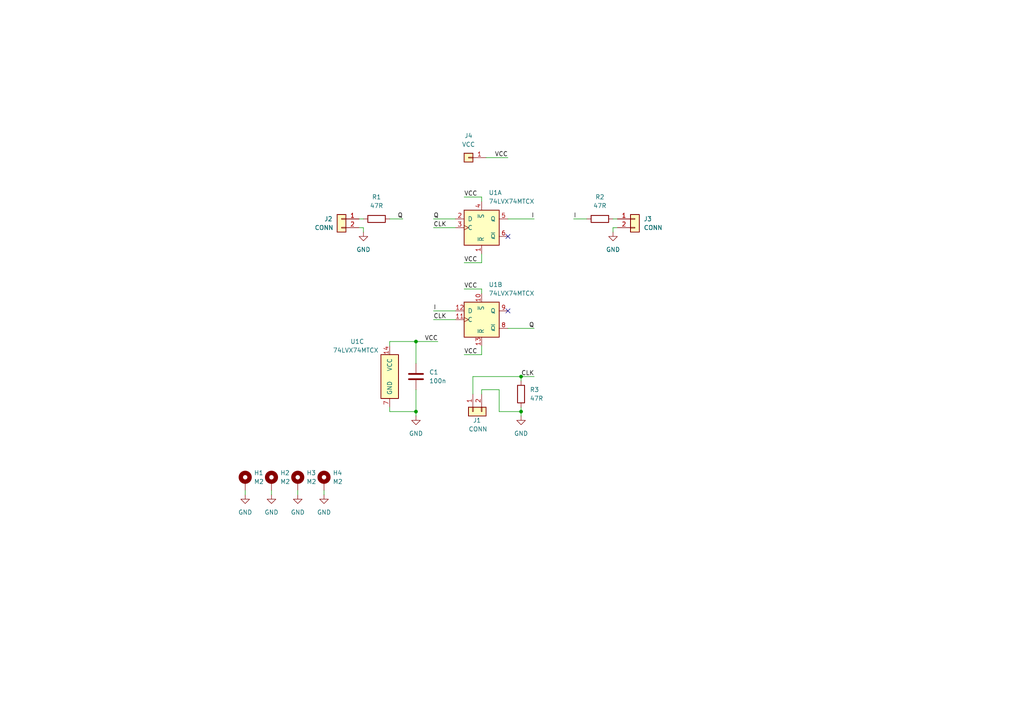
<source format=kicad_sch>
(kicad_sch (version 20211123) (generator eeschema)
  (paper "A4")
  (title_block (title "017-Johnson Counter") (date "2022-11-28") (rev "1") (company "Halidelabs") (comment 1 "contact@halidelabs.eu"))
  (lib_symbols
    (symbol "74HC74_1" (pin_names (offset 1.016))
      (property "Reference" "U?" (at 2.0194 10.16 0))
      (property "Value" "74HC74_1" (at 2.0194 7.62 0))
      (symbol "74HC74_1_1_0"
        (pin input line (at 0 -7.62 90) (length 2.54) (name "~{R}") (number "1"))
        (pin input line (at -7.62 2.54 0) (length 2.54) (name "D") (number "2"))
        (pin input clock (at -7.62 0 0) (length 2.54) (name "C") (number "3"))
        (pin input line (at 0 7.62 270) (length 2.54) (name "~{S}") (number "4"))
        (pin output line (at 7.62 2.54 180) (length 2.54) (name "Q") (number "5"))
        (pin output line (at 7.62 -2.54 180) (length 2.54) (name "~{Q}") (number "6"))
      )
      (symbol "74HC74_1_1_1"
        (rectangle (start -5.08 5.08) (end 5.08 -5.08) (stroke (width 0.254)) (fill (type background)))
      )
      (symbol "74HC74_1_2_0"
        (pin input line (at 0 7.62 270) (length 2.54) (name "~{S}") (number "10"))
        (pin input clock (at -7.62 0 0) (length 2.54) (name "C") (number "11"))
        (pin input line (at -7.62 2.54 0) (length 2.54) (name "D") (number "12"))
        (pin input line (at 0 -7.62 90) (length 2.54) (name "~{R}") (number "13"))
        (pin output line (at 7.62 -2.54 180) (length 2.54) (name "~{Q}") (number "8"))
        (pin output line (at 7.62 2.54 180) (length 2.54) (name "Q") (number "9"))
      )
      (symbol "74HC74_1_2_1"
        (rectangle (start -5.08 5.08) (end 5.08 -5.08) (stroke (width 0.254)) (fill (type background)))
      )
      (symbol "74HC74_1_3_0"
        (pin power_in line (at 0 8.89 270) (length 2.54) (name "VCC") (number "14"))
        (pin power_in line (at 0 -8.89 90) (length 2.54) (name "GND") (number "7"))
      )
      (symbol "74HC74_1_3_1"
        (rectangle (start -2.54 6.35) (end 2.54 -6.35) (stroke (width 0.254)) (fill (type background)))
      )
    )
    (symbol "74xx:74HC74" (pin_names (offset 1.016))
      (property "Reference" "U" (at -7.62 8.89 0))
      (property "Value" "74HC74" (at -7.62 -8.89 0))
      (symbol "74HC74_1_0"
        (pin input line (at 0 -7.62 90) (length 2.54) (name "~{R}") (number "1"))
        (pin input line (at -7.62 2.54 0) (length 2.54) (name "D") (number "2"))
        (pin input clock (at -7.62 0 0) (length 2.54) (name "C") (number "3"))
        (pin input line (at 0 7.62 270) (length 2.54) (name "~{S}") (number "4"))
        (pin output line (at 7.62 2.54 180) (length 2.54) (name "Q") (number "5"))
        (pin output line (at 7.62 -2.54 180) (length 2.54) (name "~{Q}") (number "6"))
      )
      (symbol "74HC74_1_1"
        (rectangle (start -5.08 5.08) (end 5.08 -5.08) (stroke (width 0.254)) (fill (type background)))
      )
      (symbol "74HC74_2_0"
        (pin input line (at 0 7.62 270) (length 2.54) (name "~{S}") (number "10"))
        (pin input clock (at -7.62 0 0) (length 2.54) (name "C") (number "11"))
        (pin input line (at -7.62 2.54 0) (length 2.54) (name "D") (number "12"))
        (pin input line (at 0 -7.62 90) (length 2.54) (name "~{R}") (number "13"))
        (pin output line (at 7.62 -2.54 180) (length 2.54) (name "~{Q}") (number "8"))
        (pin output line (at 7.62 2.54 180) (length 2.54) (name "Q") (number "9"))
      )
      (symbol "74HC74_2_1"
        (rectangle (start -5.08 5.08) (end 5.08 -5.08) (stroke (width 0.254)) (fill (type background)))
      )
      (symbol "74HC74_3_0"
        (pin power_in line (at 0 10.16 270) (length 2.54) (name "VCC") (number "14"))
        (pin power_in line (at 0 -10.16 90) (length 2.54) (name "GND") (number "7"))
      )
      (symbol "74HC74_3_1"
        (rectangle (start -5.08 7.62) (end 5.08 -7.62) (stroke (width 0.254)) (fill (type background)))
      )
    )
    (symbol "Connector_Generic:Conn_01x01" (pin_names (offset 1.016) hide)
      (property "Reference" "J" (at 0 2.54 0))
      (property "Value" "Conn_01x01" (at 0 -2.54 0))
      (symbol "Conn_01x01_1_1"
        (rectangle (start -1.27 0.127) (end 0 -0.127) (stroke (width 0.1524)))
        (rectangle (start -1.27 1.27) (end 1.27 -1.27) (stroke (width 0.254)) (fill (type background)))
        (pin passive line (at -5.08 0 0) (length 3.81) (name "Pin_1") (number "1"))
      )
    )
    (symbol "Connector_Generic:Conn_01x02" (pin_names (offset 1.016) hide)
      (property "Reference" "J" (at 0 2.54 0))
      (property "Value" "Conn_01x02" (at 0 -5.08 0))
      (symbol "Conn_01x02_1_1"
        (rectangle (start -1.27 -2.413) (end 0 -2.667) (stroke (width 0.1524)))
        (rectangle (start -1.27 0.127) (end 0 -0.127) (stroke (width 0.1524)))
        (rectangle (start -1.27 1.27) (end 1.27 -3.81) (stroke (width 0.254)) (fill (type background)))
        (pin passive line (at -5.08 0 0) (length 3.81) (name "Pin_1") (number "1"))
        (pin passive line (at -5.08 -2.54 0) (length 3.81) (name "Pin_2") (number "2"))
      )
    )
    (symbol "Device:C" (pin_numbers hide) (pin_names (offset 0.254))
      (property "Reference" "C" (at 0.635 2.54 0))
      (property "Value" "C" (at 0.635 -2.54 0))
      (symbol "C_0_1"
        (polyline (pts (xy -2.032 -0.762) (xy 2.032 -0.762)) (stroke (width 0.508)))
        (polyline (pts (xy -2.032 0.762) (xy 2.032 0.762)) (stroke (width 0.508)))
      )
      (symbol "C_1_1"
        (pin passive line (at 0 3.81 270) (length 2.794) (name "~") (number "1"))
        (pin passive line (at 0 -3.81 90) (length 2.794) (name "~") (number "2"))
      )
    )
    (symbol "Device:R" (pin_numbers hide) (pin_names (offset 0))
      (property "Reference" "R" (at 2.032 0 90))
      (property "Value" "R" (at 0 0 90))
      (symbol "R_0_1"
        (rectangle (start -1.016 -2.54) (end 1.016 2.54) (stroke (width 0.254)))
      )
      (symbol "R_1_1"
        (pin passive line (at 0 3.81 270) (length 1.27) (name "~") (number "1"))
        (pin passive line (at 0 -3.81 90) (length 1.27) (name "~") (number "2"))
      )
    )
    (symbol "Mechanical:MountingHole_Pad" (pin_numbers hide) (pin_names (offset 1.016) hide)
      (property "Reference" "H" (at 0 6.35 0))
      (property "Value" "MountingHole_Pad" (at 0 4.445 0))
      (symbol "MountingHole_Pad_0_1"
        (circle (center 0 1.27) (radius 1.27) (stroke (width 1.27)))
      )
      (symbol "MountingHole_Pad_1_1"
        (pin input line (at 0 -2.54 90) (length 2.54) (name "1") (number "1"))
      )
    )
    (symbol "power:GND" (power) (pin_names (offset 0))
      (property "Value" "GND" (at 0 -3.81 0))
      (symbol "GND_0_1"
        (polyline (pts (xy 0 0) (xy 0 -1.27) (xy 1.27 -1.27) (xy 0 -2.54) (xy -1.27 -1.27) (xy 0 -1.27)))
      )
      (symbol "GND_1_1"
        (pin power_in line (at 0 0 270) (length 0) hide (name "GND") (number "1"))
      )
    )
  )
  (junction (at 120.65 119.38))
  (junction (at 151.13 119.38))
  (junction (at 151.13 109.22))
  (junction (at 120.65 99.06))
  (no_connect (at 147.32 68.58))
  (no_connect (at 147.32 90.17))
  (wire (pts (xy 120.65 113.03) (xy 120.65 119.38)))
  (wire (pts (xy 93.98 142.24) (xy 93.98 143.51)))
  (wire (pts (xy 125.73 66.04) (xy 132.08 66.04)))
  (wire (pts (xy 151.13 119.38) (xy 151.13 120.65)))
  (wire (pts (xy 86.36 142.24) (xy 86.36 143.51)))
  (wire (pts (xy 120.65 119.38) (xy 113.03 119.38)))
  (wire (pts (xy 137.16 109.22) (xy 137.16 114.3)))
  (wire (pts (xy 120.65 105.41) (xy 120.65 99.06)))
  (wire (pts (xy 151.13 110.49) (xy 151.13 109.22)))
  (wire (pts (xy 139.7 76.2) (xy 139.7 73.66)))
  (wire (pts (xy 104.14 63.5) (xy 105.41 63.5)))
  (wire (pts (xy 144.78 113.03) (xy 139.7 113.03)))
  (wire (pts (xy 105.41 66.04) (xy 104.14 66.04)))
  (wire (pts (xy 125.73 63.5) (xy 132.08 63.5)))
  (wire (pts (xy 120.65 99.06) (xy 127 99.06)))
  (wire (pts (xy 120.65 119.38) (xy 120.65 120.65)))
  (wire (pts (xy 177.8 63.5) (xy 179.07 63.5)))
  (wire (pts (xy 120.65 99.06) (xy 113.03 99.06)))
  (wire (pts (xy 151.13 119.38) (xy 151.13 118.11)))
  (wire (pts (xy 144.78 113.03) (xy 144.78 119.38)))
  (wire (pts (xy 113.03 118.11) (xy 113.03 119.38)))
  (wire (pts (xy 147.32 63.5) (xy 154.94 63.5)))
  (wire (pts (xy 125.73 90.17) (xy 132.08 90.17)))
  (wire (pts (xy 134.62 57.15) (xy 139.7 57.15)))
  (wire (pts (xy 166.37 63.5) (xy 170.18 63.5)))
  (wire (pts (xy 177.8 67.31) (xy 177.8 66.04)))
  (wire (pts (xy 78.74 142.24) (xy 78.74 143.51)))
  (wire (pts (xy 151.13 109.22) (xy 154.94 109.22)))
  (wire (pts (xy 125.73 92.71) (xy 132.08 92.71)))
  (wire (pts (xy 137.16 109.22) (xy 151.13 109.22)))
  (wire (pts (xy 113.03 99.06) (xy 113.03 100.33)))
  (wire (pts (xy 140.97 45.72) (xy 147.32 45.72)))
  (wire (pts (xy 113.03 63.5) (xy 116.84 63.5)))
  (wire (pts (xy 139.7 57.15) (xy 139.7 58.42)))
  (wire (pts (xy 144.78 119.38) (xy 151.13 119.38)))
  (wire (pts (xy 177.8 66.04) (xy 179.07 66.04)))
  (wire (pts (xy 134.62 83.82) (xy 139.7 83.82)))
  (wire (pts (xy 139.7 83.82) (xy 139.7 85.09)))
  (wire (pts (xy 147.32 95.25) (xy 154.94 95.25)))
  (wire (pts (xy 139.7 113.03) (xy 139.7 114.3)))
  (wire (pts (xy 71.12 142.24) (xy 71.12 143.51)))
  (wire (pts (xy 105.41 67.31) (xy 105.41 66.04)))
  (wire (pts (xy 139.7 102.87) (xy 139.7 100.33)))
  (wire (pts (xy 134.62 76.2) (xy 139.7 76.2)))
  (wire (pts (xy 134.62 102.87) (xy 139.7 102.87)))
  (label "CLK" (at 154.94 109.22 180))
  (label "I" (at 125.73 90.17 0))
  (label "VCC" (at 127 99.06 180))
  (label "I" (at 154.94 63.5 180))
  (label "VCC" (at 147.32 45.72 180))
  (label "I" (at 166.37 63.5 0))
  (label "Q" (at 154.94 95.25 180))
  (label "Q" (at 125.73 63.5 0))
  (label "VCC" (at 134.62 102.87 0))
  (label "CLK" (at 125.73 66.04 0))
  (label "VCC" (at 134.62 57.15 0))
  (label "VCC" (at 134.62 76.2 0))
  (label "CLK" (at 125.73 92.71 0))
  (label "VCC" (at 134.62 83.82 0))
  (label "Q" (at 116.84 63.5 180))
  (symbol (lib_id "Device:R") (at 109.22 63.5 90) (unit 1)
    (property "Reference" "R1" (at 109.22 57.15 90))
    (property "Value" "47R" (at 109.22 59.69 90))
    (property "Footprint" "Resistor_SMD:R_0603_1608Metric" (effects hide))
  )
  (symbol (lib_id "power:GND") (at 71.12 143.51 0) (unit 1)
    (property "Reference" "#PWR0104" (effects hide))
    (property "Value" "GND" (at 71.12 148.59 0))
  )
  (symbol (lib_id "power:GND") (at 120.65 120.65 0) (unit 1)
    (property "Reference" "#PWR01" (effects hide))
    (property "Value" "GND" (at 120.65 125.73 0))
  )
  (symbol (lib_id "74xx:74HC74") (at 139.7 92.71 0) (unit 2)
    (property "Reference" "U1" (at 141.7194 82.55 0) (effects (justify left)))
    (property "Value" "74LVX74MTCX" (at 141.7194 85.09 0) (effects (justify left)))
    (property "Footprint" "Package_SO:TSSOP-14_4.4x5mm_P0.65mm" (effects hide))
    (property "Datasheet" "https://www.tme.eu/Document/f16ae86e4a3ca1b4f20f9006fed58d99/74LVX74-D.pdf" (effects hide))
  )
  (symbol (lib_id "Mechanical:MountingHole_Pad") (at 71.12 139.7 0) (unit 1)
    (property "Reference" "H1" (at 73.66 137.1599 0) (effects (justify left)))
    (property "Value" "M2" (at 73.66 139.6999 0) (effects (justify left)))
    (property "Footprint" "modular-rf-bench-footprints:M2-hole" (effects hide))
  )
  (symbol (lib_name "74HC74_1") (lib_id "74xx:74HC74") (at 113.03 109.22 0) (unit 3)
    (property "Reference" "U1" (at 101.6 99.06 0) (effects (justify left)))
    (property "Value" "74LVX74MTCX" (at 96.52 101.6 0) (effects (justify left)))
    (property "Footprint" "Package_SO:TSSOP-14_4.4x5mm_P0.65mm" (effects hide))
    (property "Datasheet" "https://www.tme.eu/Document/f16ae86e4a3ca1b4f20f9006fed58d99/74LVX74-D.pdf" (effects hide))
  )
  (symbol (lib_id "Device:R") (at 151.13 114.3 180) (unit 1)
    (property "Reference" "R3" (at 153.67 113.0299 0) (effects (justify right)))
    (property "Value" "47R" (at 153.67 115.5699 0) (effects (justify right)))
    (property "Footprint" "Resistor_SMD:R_0603_1608Metric" (effects hide))
  )
  (symbol (lib_id "Device:R") (at 173.99 63.5 90) (unit 1)
    (property "Reference" "R2" (at 173.99 57.15 90))
    (property "Value" "47R" (at 173.99 59.69 90))
    (property "Footprint" "Resistor_SMD:R_0603_1608Metric" (effects hide))
  )
  (symbol (lib_id "power:GND") (at 93.98 143.51 0) (unit 1)
    (property "Reference" "#PWR0101" (effects hide))
    (property "Value" "GND" (at 93.98 148.59 0))
  )
  (symbol (lib_id "Connector_Generic:Conn_01x02") (at 184.15 63.5 0) (unit 1)
    (property "Reference" "J3" (at 186.69 63.4999 0) (effects (justify left)))
    (property "Value" "CONN" (at 186.69 66.0399 0) (effects (justify left)))
    (property "Footprint" "modular-rf-bench-footprints:edge-connector" (effects hide))
  )
  (symbol (lib_id "power:GND") (at 105.41 67.31 0) (unit 1)
    (property "Reference" "#PWR0105" (effects hide))
    (property "Value" "GND" (at 105.41 72.39 0))
  )
  (symbol (lib_id "Mechanical:MountingHole_Pad") (at 78.74 139.7 0) (unit 1)
    (property "Reference" "H2" (at 81.28 137.1599 0) (effects (justify left)))
    (property "Value" "M2" (at 81.28 139.6999 0) (effects (justify left)))
    (property "Footprint" "modular-rf-bench-footprints:M2-hole" (effects hide))
  )
  (symbol (lib_id "Mechanical:MountingHole_Pad") (at 86.36 139.7 0) (unit 1)
    (property "Reference" "H3" (at 88.9 137.1599 0) (effects (justify left)))
    (property "Value" "M2" (at 88.9 139.6999 0) (effects (justify left)))
    (property "Footprint" "modular-rf-bench-footprints:M2-hole" (effects hide))
  )
  (symbol (lib_id "power:GND") (at 78.74 143.51 0) (unit 1)
    (property "Reference" "#PWR0103" (effects hide))
    (property "Value" "GND" (at 78.74 148.59 0))
  )
  (symbol (lib_id "power:GND") (at 151.13 120.65 0) (unit 1)
    (property "Reference" "#PWR0108" (effects hide))
    (property "Value" "GND" (at 151.13 125.73 0))
  )
  (symbol (lib_id "Mechanical:MountingHole_Pad") (at 93.98 139.7 0) (unit 1)
    (property "Reference" "H4" (at 96.52 137.1599 0) (effects (justify left)))
    (property "Value" "M2" (at 96.52 139.6999 0) (effects (justify left)))
    (property "Footprint" "modular-rf-bench-footprints:M2-hole" (effects hide))
  )
  (symbol (lib_id "power:GND") (at 86.36 143.51 0) (unit 1)
    (property "Reference" "#PWR0102" (effects hide))
    (property "Value" "GND" (at 86.36 148.59 0))
  )
  (symbol (lib_id "74xx:74HC74") (at 139.7 66.04 0) (unit 1)
    (property "Reference" "U1" (at 141.7194 55.88 0) (effects (justify left)))
    (property "Value" "74LVX74MTCX" (at 141.7194 58.42 0) (effects (justify left)))
    (property "Footprint" "Package_SO:TSSOP-14_4.4x5mm_P0.65mm" (effects hide))
    (property "Datasheet" "https://www.tme.eu/Document/f16ae86e4a3ca1b4f20f9006fed58d99/74LVX74-D.pdf" (effects hide))
  )
  (symbol (lib_id "power:GND") (at 177.8 67.31 0) (unit 1)
    (property "Reference" "#PWR0107" (effects hide))
    (property "Value" "GND" (at 177.8 72.39 0))
  )
  (symbol (lib_id "Device:C") (at 120.65 109.22 0) (unit 1)
    (property "Reference" "C1" (at 124.46 107.9499 0) (effects (justify left)))
    (property "Value" "100n" (at 124.46 110.4899 0) (effects (justify left)))
    (property "Footprint" "Capacitor_SMD:C_0603_1608Metric" (effects hide))
  )
  (symbol (lib_id "Connector_Generic:Conn_01x01") (at 135.89 45.72 180) (unit 1)
    (property "Reference" "J4" (at 135.89 39.37 0))
    (property "Value" "VCC" (at 135.89 41.91 0))
  )
  (symbol (lib_id "Connector_Generic:Conn_01x02") (at 99.06 63.5 0) (mirror y) (unit 1)
    (property "Reference" "J2" (at 95.25 63.5 0))
    (property "Value" "CONN" (at 93.98 66.04 0))
    (property "Footprint" "modular-rf-bench-footprints:edge-connector" (effects hide))
  )
  (symbol (lib_id "Connector_Generic:Conn_01x02") (at 137.16 119.38 90) (mirror x) (unit 1)
    (property "Reference" "J1" (at 137.16 121.92 90) (effects (justify right)))
    (property "Value" "CONN" (at 135.89 124.46 90) (effects (justify right)))
    (property "Footprint" "modular-rf-bench-footprints:edge-connector" (effects hide))
  )
)
</source>
